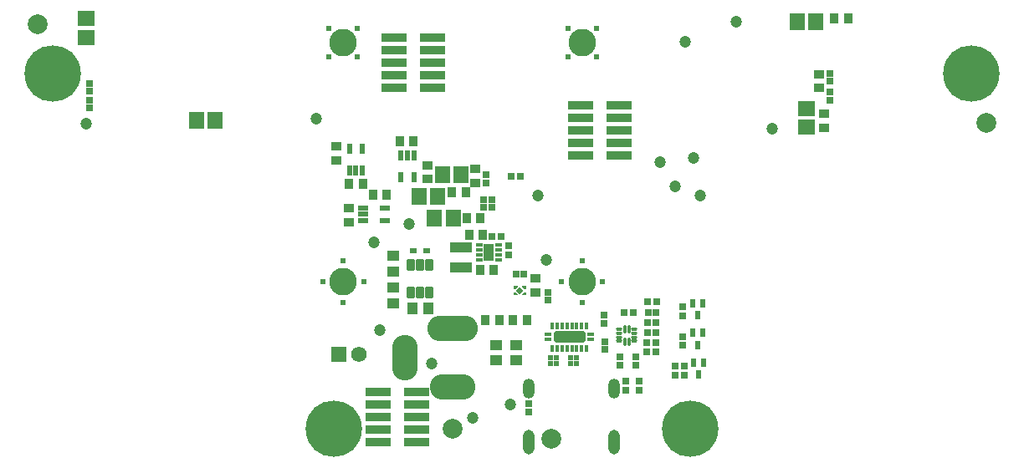
<source format=gts>
G04*
G04 #@! TF.GenerationSoftware,Altium Limited,Altium Designer,19.1.8 (144)*
G04*
G04 Layer_Color=8388736*
%FSLAX44Y44*%
%MOMM*%
G71*
G01*
G75*
%ADD18R,0.1500X0.1500*%
%ADD19R,0.1500X0.1500*%
%ADD42R,0.6532X0.7532*%
G04:AMPARAMS|DCode=43|XSize=0.3mm|YSize=0.8mm|CornerRadius=0.1mm|HoleSize=0mm|Usage=FLASHONLY|Rotation=180.000|XOffset=0mm|YOffset=0mm|HoleType=Round|Shape=RoundedRectangle|*
%AMROUNDEDRECTD43*
21,1,0.3000,0.6000,0,0,180.0*
21,1,0.1000,0.8000,0,0,180.0*
1,1,0.2000,-0.0500,0.3000*
1,1,0.2000,0.0500,0.3000*
1,1,0.2000,0.0500,-0.3000*
1,1,0.2000,-0.0500,-0.3000*
%
%ADD43ROUNDEDRECTD43*%
G04:AMPARAMS|DCode=44|XSize=0.3mm|YSize=0.6mm|CornerRadius=0.1mm|HoleSize=0mm|Usage=FLASHONLY|Rotation=270.000|XOffset=0mm|YOffset=0mm|HoleType=Round|Shape=RoundedRectangle|*
%AMROUNDEDRECTD44*
21,1,0.3000,0.4000,0,0,270.0*
21,1,0.1000,0.6000,0,0,270.0*
1,1,0.2000,-0.2000,-0.0500*
1,1,0.2000,-0.2000,0.0500*
1,1,0.2000,0.2000,0.0500*
1,1,0.2000,0.2000,-0.0500*
%
%ADD44ROUNDEDRECTD44*%
%ADD45P,0.8202X4X270.0*%
%ADD46R,0.5000X1.0000*%
%ADD47R,1.0000X0.5000*%
%ADD48R,1.0400X1.7400*%
%ADD49R,0.6400X0.4200*%
%ADD50R,1.2032X1.1032*%
%ADD51R,0.7532X0.6532*%
%ADD52R,0.5032X0.9132*%
G04:AMPARAMS|DCode=53|XSize=0.8032mm|YSize=1.2032mm|CornerRadius=0.1526mm|HoleSize=0mm|Usage=FLASHONLY|Rotation=0.000|XOffset=0mm|YOffset=0mm|HoleType=Round|Shape=RoundedRectangle|*
%AMROUNDEDRECTD53*
21,1,0.8032,0.8980,0,0,0.0*
21,1,0.4980,1.2032,0,0,0.0*
1,1,0.3052,0.2490,-0.4490*
1,1,0.3052,-0.2490,-0.4490*
1,1,0.3052,-0.2490,0.4490*
1,1,0.3052,0.2490,0.4490*
%
%ADD53ROUNDEDRECTD53*%
G04:AMPARAMS|DCode=54|XSize=0.39mm|YSize=0.74mm|CornerRadius=0.095mm|HoleSize=0mm|Usage=FLASHONLY|Rotation=0.000|XOffset=0mm|YOffset=0mm|HoleType=Round|Shape=RoundedRectangle|*
%AMROUNDEDRECTD54*
21,1,0.3900,0.5500,0,0,0.0*
21,1,0.2000,0.7400,0,0,0.0*
1,1,0.1900,0.1000,-0.2750*
1,1,0.1900,-0.1000,-0.2750*
1,1,0.1900,-0.1000,0.2750*
1,1,0.1900,0.1000,0.2750*
%
%ADD54ROUNDEDRECTD54*%
G04:AMPARAMS|DCode=55|XSize=1.14mm|YSize=3.14mm|CornerRadius=0.12mm|HoleSize=0mm|Usage=FLASHONLY|Rotation=270.000|XOffset=0mm|YOffset=0mm|HoleType=Round|Shape=RoundedRectangle|*
%AMROUNDEDRECTD55*
21,1,1.1400,2.9000,0,0,270.0*
21,1,0.9000,3.1400,0,0,270.0*
1,1,0.2400,-1.4500,-0.4500*
1,1,0.2400,-1.4500,0.4500*
1,1,0.2400,1.4500,0.4500*
1,1,0.2400,1.4500,-0.4500*
%
%ADD55ROUNDEDRECTD55*%
G04:AMPARAMS|DCode=56|XSize=0.39mm|YSize=0.74mm|CornerRadius=0.095mm|HoleSize=0mm|Usage=FLASHONLY|Rotation=270.000|XOffset=0mm|YOffset=0mm|HoleType=Round|Shape=RoundedRectangle|*
%AMROUNDEDRECTD56*
21,1,0.3900,0.5500,0,0,270.0*
21,1,0.2000,0.7400,0,0,270.0*
1,1,0.1900,-0.2750,-0.1000*
1,1,0.1900,-0.2750,0.1000*
1,1,0.1900,0.2750,0.1000*
1,1,0.1900,0.2750,-0.1000*
%
%ADD56ROUNDEDRECTD56*%
%ADD57R,2.2032X1.0032*%
%ADD58R,1.1032X0.9032*%
%ADD59R,0.7232X0.7232*%
%ADD60R,0.5232X0.5632*%
%ADD61R,0.6832X0.6032*%
%ADD62R,1.5032X1.7032*%
%ADD63R,2.6032X0.9632*%
%ADD64R,0.9032X1.1032*%
%ADD65R,0.7232X0.7232*%
%ADD66R,1.7032X1.5032*%
%ADD67R,1.1032X1.2032*%
%ADD68C,2.0000*%
%ADD69C,1.2032*%
%ADD70O,2.6000X4.6000*%
%ADD71O,5.1000X2.6000*%
%ADD72O,4.6000X2.6000*%
%ADD73C,2.0032*%
%ADD74C,5.7032*%
%ADD75R,1.5712X1.5712*%
%ADD76C,1.5712*%
%ADD77C,2.8000*%
%ADD78O,1.2000X2.0000*%
%ADD79O,1.2000X2.5000*%
%ADD80C,0.5032*%
%ADD81C,0.6080*%
G36*
X3699Y-221702D02*
X3748Y-221707D01*
X3821Y-221729D01*
X3843Y-221736D01*
X3929Y-221782D01*
X3968Y-221814D01*
X4006Y-221845D01*
X4006Y-221845D01*
X5806Y-223645D01*
X5806Y-223645D01*
X5868Y-223721D01*
X5914Y-223808D01*
X5921Y-223830D01*
X5943Y-223902D01*
X5953Y-224000D01*
Y-224300D01*
X5943Y-224398D01*
X5914Y-224492D01*
X5868Y-224579D01*
X5806Y-224655D01*
X5730Y-224718D01*
X5643Y-224764D01*
X5548Y-224793D01*
X5450Y-224802D01*
X1850D01*
X1752Y-224793D01*
X1658Y-224764D01*
X1571Y-224718D01*
X1495Y-224655D01*
X1433Y-224579D01*
X1386Y-224492D01*
X1358Y-224398D01*
X1348Y-224300D01*
Y-222200D01*
X1358Y-222102D01*
X1386Y-222008D01*
X1433Y-221921D01*
X1495Y-221845D01*
X1571Y-221782D01*
X1658Y-221736D01*
X1752Y-221707D01*
X1850Y-221698D01*
X3650D01*
X3650Y-221698D01*
X3699Y-221702D01*
D02*
G37*
G36*
X5548Y-215207D02*
X5643Y-215236D01*
X5730Y-215282D01*
X5806Y-215345D01*
X5868Y-215421D01*
X5914Y-215508D01*
X5943Y-215602D01*
X5953Y-215700D01*
Y-216000D01*
X5943Y-216098D01*
X5921Y-216170D01*
X5914Y-216192D01*
X5868Y-216279D01*
X5806Y-216355D01*
X5806Y-216355D01*
X4006Y-218155D01*
X4006Y-218155D01*
X3968Y-218186D01*
X3929Y-218218D01*
X3843Y-218264D01*
X3821Y-218271D01*
X3748Y-218293D01*
X3699Y-218298D01*
X3650Y-218302D01*
X3650Y-218302D01*
X1850D01*
X1752Y-218293D01*
X1658Y-218264D01*
X1571Y-218218D01*
X1495Y-218155D01*
X1433Y-218079D01*
X1386Y-217992D01*
X1358Y-217898D01*
X1348Y-217800D01*
Y-215700D01*
X1358Y-215602D01*
X1386Y-215508D01*
X1433Y-215421D01*
X1495Y-215345D01*
X1571Y-215282D01*
X1658Y-215236D01*
X1752Y-215207D01*
X1850Y-215198D01*
X5450D01*
X5548Y-215207D01*
D02*
G37*
G36*
X12251Y-221698D02*
X14050D01*
X14148Y-221707D01*
X14243Y-221736D01*
X14330Y-221782D01*
X14406Y-221845D01*
X14468Y-221921D01*
X14514Y-222008D01*
X14543Y-222102D01*
X14553Y-222200D01*
Y-224300D01*
X14543Y-224398D01*
X14514Y-224492D01*
X14468Y-224579D01*
X14406Y-224655D01*
X14330Y-224718D01*
X14243Y-224764D01*
X14148Y-224793D01*
X14050Y-224802D01*
X10450D01*
X10352Y-224793D01*
X10258Y-224764D01*
X10171Y-224718D01*
X10095Y-224655D01*
X10033Y-224579D01*
X9986Y-224492D01*
X9958Y-224398D01*
X9948Y-224300D01*
Y-224000D01*
X9948Y-224000D01*
X9957Y-223911D01*
X9958Y-223902D01*
X9986Y-223808D01*
X10033Y-223721D01*
X10067Y-223679D01*
X10095Y-223645D01*
X10095Y-223645D01*
X11895Y-221845D01*
X11971Y-221782D01*
X12058Y-221736D01*
X12080Y-221729D01*
X12152Y-221707D01*
X12201Y-221702D01*
X12250Y-221698D01*
X12251Y-221698D01*
D02*
G37*
G36*
X14148Y-215207D02*
X14243Y-215236D01*
X14330Y-215282D01*
X14406Y-215345D01*
X14468Y-215421D01*
X14514Y-215508D01*
X14543Y-215602D01*
X14553Y-215700D01*
Y-217800D01*
X14543Y-217898D01*
X14514Y-217992D01*
X14468Y-218079D01*
X14406Y-218155D01*
X14330Y-218218D01*
X14243Y-218264D01*
X14148Y-218293D01*
X14050Y-218302D01*
X12251D01*
X12250Y-218302D01*
X12201Y-218298D01*
X12152Y-218293D01*
X12080Y-218271D01*
X12058Y-218264D01*
X11971Y-218218D01*
X11895Y-218155D01*
X10095Y-216355D01*
X10095Y-216355D01*
X10067Y-216321D01*
X10033Y-216279D01*
X9986Y-216192D01*
X9958Y-216098D01*
X9957Y-216089D01*
X9948Y-216000D01*
X9948Y-216000D01*
Y-215700D01*
X9958Y-215602D01*
X9986Y-215508D01*
X10033Y-215421D01*
X10095Y-215345D01*
X10171Y-215282D01*
X10258Y-215236D01*
X10352Y-215207D01*
X10450Y-215198D01*
X14050D01*
X14148Y-215207D01*
D02*
G37*
D18*
X2850Y-223300D02*
D03*
D19*
Y-216700D02*
D03*
X13050Y-223300D02*
D03*
Y-216700D02*
D03*
D42*
X136999Y-252498D02*
D03*
X145999D02*
D03*
X-500Y-104000D02*
D03*
X8500D02*
D03*
X-11000Y-165500D02*
D03*
X-20000D02*
D03*
X137500Y-231000D02*
D03*
X146500D02*
D03*
X113500Y-242000D02*
D03*
X122500D02*
D03*
X136499Y-282499D02*
D03*
X145499D02*
D03*
X136499Y-272499D02*
D03*
X145499D02*
D03*
X145999Y-262498D02*
D03*
X136999D02*
D03*
D43*
X114249Y-271998D02*
D03*
X118249D02*
D03*
Y-258998D02*
D03*
X114249D02*
D03*
D44*
X123748Y-271498D02*
D03*
Y-267498D02*
D03*
Y-263498D02*
D03*
Y-259498D02*
D03*
X108748D02*
D03*
Y-263498D02*
D03*
Y-267498D02*
D03*
Y-271498D02*
D03*
D45*
X7950Y-220000D02*
D03*
D46*
X-112249Y-104999D02*
D03*
Y-82999D02*
D03*
X-99249Y-104999D02*
D03*
Y-82999D02*
D03*
X-105749D02*
D03*
X-158000Y-98000D02*
D03*
X-164500D02*
D03*
Y-76000D02*
D03*
X-151500Y-98000D02*
D03*
Y-76000D02*
D03*
D47*
X-151001Y-142749D02*
D03*
Y-136249D02*
D03*
X-129001D02*
D03*
X-151001Y-149249D02*
D03*
X-129001D02*
D03*
D48*
X-23500Y-181500D02*
D03*
D49*
X-14000Y-189000D02*
D03*
Y-184000D02*
D03*
Y-179000D02*
D03*
Y-174000D02*
D03*
X-33000Y-189000D02*
D03*
Y-184000D02*
D03*
Y-179000D02*
D03*
Y-174000D02*
D03*
D50*
X-120000Y-201000D02*
D03*
Y-185000D02*
D03*
Y-217000D02*
D03*
Y-233000D02*
D03*
X-16000Y-291000D02*
D03*
Y-275000D02*
D03*
X4000Y-291000D02*
D03*
Y-275000D02*
D03*
D51*
X173000Y-245500D02*
D03*
Y-236500D02*
D03*
X-3500Y-184000D02*
D03*
Y-175000D02*
D03*
X93432Y-253681D02*
D03*
Y-244681D02*
D03*
X129000Y-312000D02*
D03*
Y-321000D02*
D03*
X109000Y-296000D02*
D03*
Y-287000D02*
D03*
X125000Y-296000D02*
D03*
Y-287000D02*
D03*
X115000Y-312000D02*
D03*
Y-321000D02*
D03*
X165000Y-305500D02*
D03*
Y-296500D02*
D03*
X174000Y-305500D02*
D03*
Y-296500D02*
D03*
X173000Y-275500D02*
D03*
Y-266500D02*
D03*
D52*
X188000Y-245100D02*
D03*
X183000Y-232900D02*
D03*
X193000D02*
D03*
X189000Y-305100D02*
D03*
X184000Y-292900D02*
D03*
X194000D02*
D03*
X188000Y-275100D02*
D03*
X183000Y-262900D02*
D03*
X193000D02*
D03*
D53*
X-83500Y-221750D02*
D03*
X-93000D02*
D03*
X-102500D02*
D03*
Y-194250D02*
D03*
X-93000D02*
D03*
X-83500D02*
D03*
D54*
X40500Y-278500D02*
D03*
X45500D02*
D03*
X60500D02*
D03*
X65500D02*
D03*
X55500D02*
D03*
X70500Y-255500D02*
D03*
X65500D02*
D03*
X45500D02*
D03*
X50500D02*
D03*
X75500D02*
D03*
X60500D02*
D03*
X55500D02*
D03*
X40500D02*
D03*
X50500Y-278500D02*
D03*
X75500D02*
D03*
X70500D02*
D03*
D55*
X58000Y-267000D02*
D03*
D56*
X36500Y-264500D02*
D03*
Y-269500D02*
D03*
X79500D02*
D03*
Y-264500D02*
D03*
D57*
X-51500Y-176500D02*
D03*
Y-196500D02*
D03*
D58*
X-178000Y-74000D02*
D03*
Y-88000D02*
D03*
X-37000Y-111000D02*
D03*
Y-97000D02*
D03*
X316000Y-41000D02*
D03*
Y-55000D02*
D03*
X311000Y-1000D02*
D03*
Y-15000D02*
D03*
X24000Y-222000D02*
D03*
Y-208000D02*
D03*
X-165001Y-136749D02*
D03*
Y-150749D02*
D03*
X-85749Y-106999D02*
D03*
Y-92999D02*
D03*
D59*
X94249Y-271999D02*
D03*
Y-279999D02*
D03*
X-29000Y-136000D02*
D03*
Y-128000D02*
D03*
X-20000Y-136000D02*
D03*
Y-128000D02*
D03*
X-26000Y-103000D02*
D03*
Y-111000D02*
D03*
X322000Y-19000D02*
D03*
Y-27000D02*
D03*
Y-8000D02*
D03*
Y0D02*
D03*
X-428000Y-35000D02*
D03*
Y-27000D02*
D03*
Y-18000D02*
D03*
Y-10000D02*
D03*
X17206Y-334711D02*
D03*
Y-342711D02*
D03*
X36000Y-230000D02*
D03*
Y-222000D02*
D03*
D60*
X39249Y-288199D02*
D03*
Y-293799D02*
D03*
X65249Y-288199D02*
D03*
Y-293799D02*
D03*
X59249Y-288199D02*
D03*
Y-293799D02*
D03*
X45249Y-288199D02*
D03*
Y-293799D02*
D03*
D61*
X-86400Y-180000D02*
D03*
X-99600D02*
D03*
D62*
X-319500Y-48000D02*
D03*
X-300500D02*
D03*
X-51500Y-103000D02*
D03*
X-70500D02*
D03*
X-75000Y-125000D02*
D03*
X-94000D02*
D03*
X-59500Y-147000D02*
D03*
X-78500D02*
D03*
X307500Y52000D02*
D03*
X288500D02*
D03*
D63*
X108281Y-83465D02*
D03*
Y-70765D02*
D03*
Y-58065D02*
D03*
Y-45365D02*
D03*
Y-32665D02*
D03*
X69281Y-83465D02*
D03*
Y-70765D02*
D03*
Y-58065D02*
D03*
Y-45365D02*
D03*
Y-32665D02*
D03*
X108281D02*
D03*
X69281D02*
D03*
X-135500Y-322600D02*
D03*
Y-335300D02*
D03*
Y-348000D02*
D03*
Y-360700D02*
D03*
Y-373400D02*
D03*
X-96500Y-322600D02*
D03*
Y-335300D02*
D03*
Y-348000D02*
D03*
Y-360700D02*
D03*
Y-373400D02*
D03*
X-135500D02*
D03*
X-96500D02*
D03*
X-80320Y-14272D02*
D03*
Y-1572D02*
D03*
Y11128D02*
D03*
Y23828D02*
D03*
Y36528D02*
D03*
X-119320Y-14272D02*
D03*
Y-1572D02*
D03*
Y11128D02*
D03*
Y23828D02*
D03*
Y36528D02*
D03*
X-80320D02*
D03*
X-119320D02*
D03*
D64*
X-46000Y-147000D02*
D03*
X-32000D02*
D03*
X-47000Y-120000D02*
D03*
X-61000D02*
D03*
X326000Y56000D02*
D03*
X340000D02*
D03*
X-13000Y-250000D02*
D03*
X-27000D02*
D03*
X1000Y-250000D02*
D03*
X15000D02*
D03*
X-127001Y-122749D02*
D03*
X-141001D02*
D03*
X-99749Y-68999D02*
D03*
X-113749D02*
D03*
X-32500Y-199500D02*
D03*
X-18500D02*
D03*
X-43500Y-163500D02*
D03*
X-29500D02*
D03*
X-165000Y-112000D02*
D03*
X-151000D02*
D03*
D65*
X12000Y-203000D02*
D03*
X4000D02*
D03*
X137999Y-242499D02*
D03*
X145999D02*
D03*
D66*
X298000Y-35500D02*
D03*
Y-54500D02*
D03*
X-431000Y36500D02*
D03*
Y55500D02*
D03*
D67*
X-101000Y-238000D02*
D03*
X-85000D02*
D03*
D68*
X40000Y-370000D02*
D03*
X-480000Y50000D02*
D03*
X480000Y-50000D02*
D03*
D69*
X-39513Y-349115D02*
D03*
X-133720Y-259925D02*
D03*
X190699Y-123507D02*
D03*
X165477Y-114557D02*
D03*
X-140000Y-171000D02*
D03*
X-81610Y-294216D02*
D03*
X183916Y-85428D02*
D03*
X34552Y-188765D02*
D03*
X263078Y-56329D02*
D03*
X-198081Y-46227D02*
D03*
X226498Y52000D02*
D03*
X-104103Y-152282D02*
D03*
X149778Y-90273D02*
D03*
X25941Y-123701D02*
D03*
X-431211Y-50750D02*
D03*
X175000Y32000D02*
D03*
X-2000Y-335265D02*
D03*
D70*
X-108250Y-287750D02*
D03*
D71*
X-60000Y-258000D02*
D03*
D72*
X-60000Y-318000D02*
D03*
D73*
X-60000Y-359750D02*
D03*
D74*
X465000Y0D02*
D03*
X-180000Y-360000D02*
D03*
X180000D02*
D03*
X-465000Y0D02*
D03*
D75*
X-175000Y-285000D02*
D03*
D76*
X-155000D02*
D03*
D77*
X71000Y-211000D02*
D03*
Y31000D02*
D03*
X-171000D02*
D03*
Y-211000D02*
D03*
D78*
X103200Y-319600D02*
D03*
X16800D02*
D03*
D79*
X103200Y-373200D02*
D03*
X16800D02*
D03*
D80*
X-23500Y-176500D02*
D03*
Y-186500D02*
D03*
D81*
X50250Y-211000D02*
D03*
X91750D02*
D03*
X71000Y-231750D02*
D03*
Y-190250D02*
D03*
X85672Y16328D02*
D03*
X56328Y45672D02*
D03*
Y16328D02*
D03*
X85672Y45672D02*
D03*
X-156328D02*
D03*
X-185672Y16328D02*
D03*
Y45672D02*
D03*
X-156328Y16328D02*
D03*
X-171000Y-190250D02*
D03*
Y-231750D02*
D03*
X-150250Y-211000D02*
D03*
X-191750D02*
D03*
M02*

</source>
